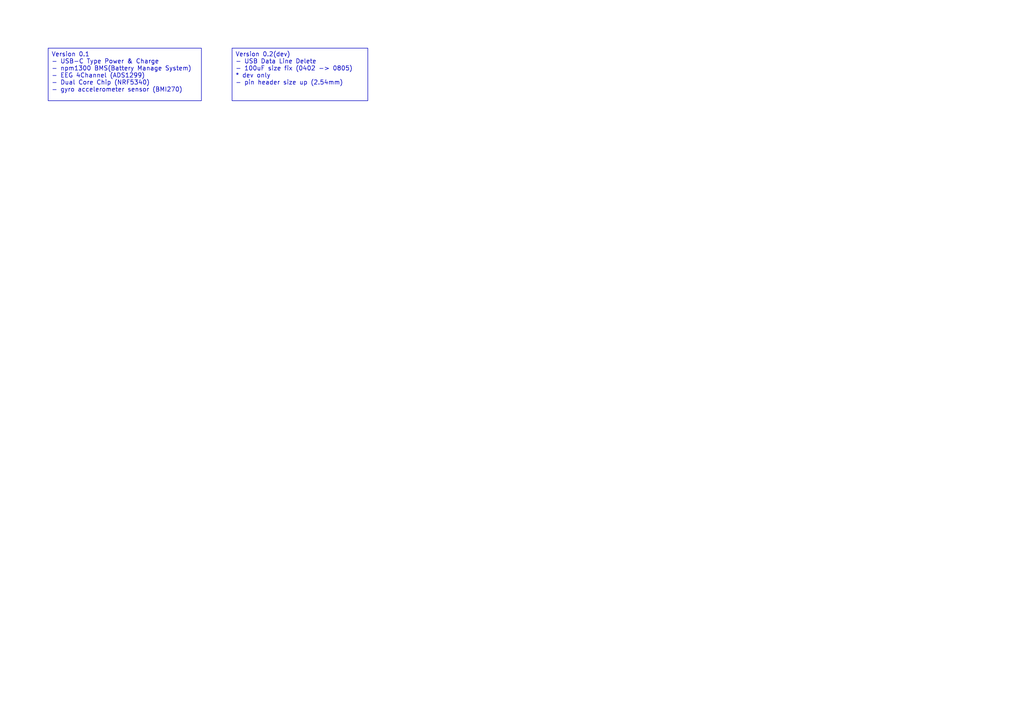
<source format=kicad_sch>
(kicad_sch
	(version 20231120)
	(generator "eeschema")
	(generator_version "8.0")
	(uuid "f5efdaed-f89c-449a-bc21-0a6b64c0d1ff")
	(paper "A4")
	(lib_symbols)
	(text_box "Version 0.2(dev)\n- USB Data Line Delete\n- 100uF size fix (0402 -> 0805)\n* dev only\n- pin header size up (2.54mm)"
		(exclude_from_sim no)
		(at 67.31 13.97 0)
		(size 39.37 15.24)
		(stroke
			(width 0)
			(type default)
		)
		(fill
			(type none)
		)
		(effects
			(font
				(size 1.27 1.27)
			)
			(justify left top)
		)
		(uuid "88aa3f94-73bc-445a-bf72-a2c75b0c98c6")
	)
	(text_box "Version 0.1\n- USB-C Type Power & Charge\n- npm1300 BMS(Battery Manage System)\n- EEG 4Channel (ADS1299)\n- Dual Core Chip (NRF5340)\n- gyro accelerometer sensor (BMI270)"
		(exclude_from_sim no)
		(at 13.97 13.97 0)
		(size 44.45 15.24)
		(stroke
			(width 0)
			(type default)
		)
		(fill
			(type none)
		)
		(effects
			(font
				(size 1.27 1.27)
			)
			(justify left top)
		)
		(uuid "b0020219-ca17-431c-803e-7040270e96ce")
	)
)

</source>
